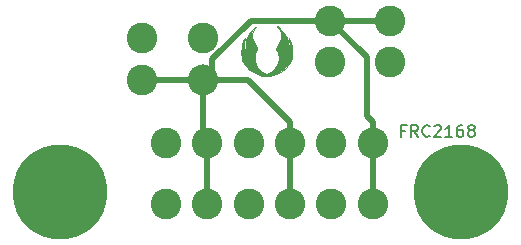
<source format=gbr>
G04 #@! TF.GenerationSoftware,KiCad,Pcbnew,(5.1.4)-1*
G04 #@! TF.CreationDate,2020-01-14T01:58:37-05:00*
G04 #@! TF.ProjectId,CANJunction,43414e4a-756e-4637-9469-6f6e2e6b6963,rev?*
G04 #@! TF.SameCoordinates,Original*
G04 #@! TF.FileFunction,Copper,L1,Top*
G04 #@! TF.FilePolarity,Positive*
%FSLAX46Y46*%
G04 Gerber Fmt 4.6, Leading zero omitted, Abs format (unit mm)*
G04 Created by KiCad (PCBNEW (5.1.4)-1) date 2020-01-14 01:58:37*
%MOMM*%
%LPD*%
G04 APERTURE LIST*
%ADD10C,0.200000*%
%ADD11C,0.010000*%
%ADD12C,2.600000*%
%ADD13C,8.000000*%
%ADD14C,0.500000*%
G04 APERTURE END LIST*
D10*
X155238095Y-60828571D02*
X154904761Y-60828571D01*
X154904761Y-61352380D02*
X154904761Y-60352380D01*
X155380952Y-60352380D01*
X156333333Y-61352380D02*
X156000000Y-60876190D01*
X155761904Y-61352380D02*
X155761904Y-60352380D01*
X156142857Y-60352380D01*
X156238095Y-60400000D01*
X156285714Y-60447619D01*
X156333333Y-60542857D01*
X156333333Y-60685714D01*
X156285714Y-60780952D01*
X156238095Y-60828571D01*
X156142857Y-60876190D01*
X155761904Y-60876190D01*
X157333333Y-61257142D02*
X157285714Y-61304761D01*
X157142857Y-61352380D01*
X157047619Y-61352380D01*
X156904761Y-61304761D01*
X156809523Y-61209523D01*
X156761904Y-61114285D01*
X156714285Y-60923809D01*
X156714285Y-60780952D01*
X156761904Y-60590476D01*
X156809523Y-60495238D01*
X156904761Y-60400000D01*
X157047619Y-60352380D01*
X157142857Y-60352380D01*
X157285714Y-60400000D01*
X157333333Y-60447619D01*
X157714285Y-60447619D02*
X157761904Y-60400000D01*
X157857142Y-60352380D01*
X158095238Y-60352380D01*
X158190476Y-60400000D01*
X158238095Y-60447619D01*
X158285714Y-60542857D01*
X158285714Y-60638095D01*
X158238095Y-60780952D01*
X157666666Y-61352380D01*
X158285714Y-61352380D01*
X159238095Y-61352380D02*
X158666666Y-61352380D01*
X158952380Y-61352380D02*
X158952380Y-60352380D01*
X158857142Y-60495238D01*
X158761904Y-60590476D01*
X158666666Y-60638095D01*
X160095238Y-60352380D02*
X159904761Y-60352380D01*
X159809523Y-60400000D01*
X159761904Y-60447619D01*
X159666666Y-60590476D01*
X159619047Y-60780952D01*
X159619047Y-61161904D01*
X159666666Y-61257142D01*
X159714285Y-61304761D01*
X159809523Y-61352380D01*
X160000000Y-61352380D01*
X160095238Y-61304761D01*
X160142857Y-61257142D01*
X160190476Y-61161904D01*
X160190476Y-60923809D01*
X160142857Y-60828571D01*
X160095238Y-60780952D01*
X160000000Y-60733333D01*
X159809523Y-60733333D01*
X159714285Y-60780952D01*
X159666666Y-60828571D01*
X159619047Y-60923809D01*
X160761904Y-60780952D02*
X160666666Y-60733333D01*
X160619047Y-60685714D01*
X160571428Y-60590476D01*
X160571428Y-60542857D01*
X160619047Y-60447619D01*
X160666666Y-60400000D01*
X160761904Y-60352380D01*
X160952380Y-60352380D01*
X161047619Y-60400000D01*
X161095238Y-60447619D01*
X161142857Y-60542857D01*
X161142857Y-60590476D01*
X161095238Y-60685714D01*
X161047619Y-60733333D01*
X160952380Y-60780952D01*
X160761904Y-60780952D01*
X160666666Y-60828571D01*
X160619047Y-60876190D01*
X160571428Y-60971428D01*
X160571428Y-61161904D01*
X160619047Y-61257142D01*
X160666666Y-61304761D01*
X160761904Y-61352380D01*
X160952380Y-61352380D01*
X161047619Y-61304761D01*
X161095238Y-61257142D01*
X161142857Y-61161904D01*
X161142857Y-60971428D01*
X161095238Y-60876190D01*
X161047619Y-60828571D01*
X160952380Y-60780952D01*
D11*
G36*
X144537167Y-52071175D02*
G01*
X144774694Y-52257234D01*
X144989016Y-52504581D01*
X145162353Y-52790011D01*
X145250480Y-53002124D01*
X145295452Y-53203604D01*
X145316737Y-53446728D01*
X145314147Y-53698005D01*
X145287493Y-53923946D01*
X145256381Y-54043614D01*
X145216360Y-54177972D01*
X145213157Y-54238159D01*
X145241469Y-54221689D01*
X145295994Y-54126079D01*
X145320251Y-54073545D01*
X145428344Y-53758881D01*
X145460796Y-53470023D01*
X145427994Y-53230363D01*
X145398676Y-53103525D01*
X145384802Y-53014443D01*
X145386695Y-52988194D01*
X145411643Y-53014288D01*
X145460420Y-53099156D01*
X145520807Y-53220970D01*
X145573786Y-53343296D01*
X145608747Y-53455763D01*
X145629901Y-53582633D01*
X145641456Y-53748172D01*
X145647104Y-53949002D01*
X145652695Y-54143359D01*
X145660802Y-54306497D01*
X145670280Y-54419807D01*
X145678768Y-54463404D01*
X145683045Y-54535225D01*
X145653784Y-54660048D01*
X145599066Y-54817145D01*
X145526972Y-54985786D01*
X145445581Y-55145241D01*
X145362973Y-55274782D01*
X145361989Y-55276095D01*
X145132649Y-55536323D01*
X144866618Y-55746951D01*
X144540471Y-55926494D01*
X144537167Y-55928037D01*
X144103810Y-56091618D01*
X143683865Y-56172195D01*
X143278107Y-56169640D01*
X143171941Y-56154825D01*
X142941112Y-56098087D01*
X142677275Y-56005192D01*
X142415934Y-55889733D01*
X142255583Y-55803993D01*
X142051154Y-55656530D01*
X141844613Y-55460756D01*
X141661733Y-55244148D01*
X141528290Y-55034180D01*
X141522451Y-55022462D01*
X141472947Y-54913581D01*
X141439137Y-54812053D01*
X141417456Y-54696593D01*
X141404338Y-54545916D01*
X141396217Y-54338736D01*
X141394070Y-54256180D01*
X141401209Y-53856659D01*
X141445118Y-53524242D01*
X141527705Y-53248881D01*
X141619315Y-53068667D01*
X141684973Y-52962833D01*
X141655441Y-53068667D01*
X141614327Y-53305646D01*
X141611780Y-53559420D01*
X141644710Y-53804658D01*
X141710029Y-54016027D01*
X141787091Y-54148167D01*
X141855912Y-54232833D01*
X141827493Y-54148167D01*
X141759085Y-53854723D01*
X141735604Y-53539092D01*
X141759632Y-53250670D01*
X141846933Y-52931207D01*
X141989751Y-52647363D01*
X142199792Y-52377995D01*
X142299786Y-52274916D01*
X142422852Y-52160273D01*
X142526274Y-52074540D01*
X142601491Y-52022173D01*
X142639944Y-52007626D01*
X142633073Y-52035353D01*
X142572318Y-52109808D01*
X142529205Y-52155537D01*
X142389639Y-52357705D01*
X142317638Y-52598254D01*
X142312369Y-52865665D01*
X142373002Y-53148416D01*
X142498703Y-53434986D01*
X142637002Y-53647925D01*
X142701789Y-53737648D01*
X142728983Y-53803105D01*
X142719035Y-53873897D01*
X142672396Y-53979627D01*
X142642969Y-54039551D01*
X142569344Y-54257496D01*
X142531746Y-54518130D01*
X142531133Y-54788849D01*
X142568462Y-55037046D01*
X142609982Y-55162783D01*
X142733096Y-55389549D01*
X142893113Y-55597988D01*
X143075093Y-55774694D01*
X143264099Y-55906261D01*
X143445192Y-55979283D01*
X143531380Y-55989667D01*
X143696585Y-55952815D01*
X143879808Y-55850828D01*
X144066104Y-55696556D01*
X144240526Y-55502848D01*
X144388129Y-55282556D01*
X144417642Y-55227667D01*
X144481592Y-55088717D01*
X144517959Y-54961973D01*
X144533964Y-54812849D01*
X144536960Y-54656167D01*
X144531247Y-54457732D01*
X144508985Y-54306222D01*
X144462779Y-54164391D01*
X144420092Y-54067605D01*
X144358337Y-53931374D01*
X144330482Y-53846534D01*
X144333566Y-53788255D01*
X144364627Y-53731707D01*
X144377793Y-53712999D01*
X144588179Y-53379092D01*
X144720721Y-53074157D01*
X144775742Y-52794631D01*
X144753563Y-52536951D01*
X144654506Y-52297552D01*
X144521750Y-52118612D01*
X144410167Y-51994057D01*
X144537167Y-52071175D01*
X144537167Y-52071175D01*
G37*
X144537167Y-52071175D02*
X144774694Y-52257234D01*
X144989016Y-52504581D01*
X145162353Y-52790011D01*
X145250480Y-53002124D01*
X145295452Y-53203604D01*
X145316737Y-53446728D01*
X145314147Y-53698005D01*
X145287493Y-53923946D01*
X145256381Y-54043614D01*
X145216360Y-54177972D01*
X145213157Y-54238159D01*
X145241469Y-54221689D01*
X145295994Y-54126079D01*
X145320251Y-54073545D01*
X145428344Y-53758881D01*
X145460796Y-53470023D01*
X145427994Y-53230363D01*
X145398676Y-53103525D01*
X145384802Y-53014443D01*
X145386695Y-52988194D01*
X145411643Y-53014288D01*
X145460420Y-53099156D01*
X145520807Y-53220970D01*
X145573786Y-53343296D01*
X145608747Y-53455763D01*
X145629901Y-53582633D01*
X145641456Y-53748172D01*
X145647104Y-53949002D01*
X145652695Y-54143359D01*
X145660802Y-54306497D01*
X145670280Y-54419807D01*
X145678768Y-54463404D01*
X145683045Y-54535225D01*
X145653784Y-54660048D01*
X145599066Y-54817145D01*
X145526972Y-54985786D01*
X145445581Y-55145241D01*
X145362973Y-55274782D01*
X145361989Y-55276095D01*
X145132649Y-55536323D01*
X144866618Y-55746951D01*
X144540471Y-55926494D01*
X144537167Y-55928037D01*
X144103810Y-56091618D01*
X143683865Y-56172195D01*
X143278107Y-56169640D01*
X143171941Y-56154825D01*
X142941112Y-56098087D01*
X142677275Y-56005192D01*
X142415934Y-55889733D01*
X142255583Y-55803993D01*
X142051154Y-55656530D01*
X141844613Y-55460756D01*
X141661733Y-55244148D01*
X141528290Y-55034180D01*
X141522451Y-55022462D01*
X141472947Y-54913581D01*
X141439137Y-54812053D01*
X141417456Y-54696593D01*
X141404338Y-54545916D01*
X141396217Y-54338736D01*
X141394070Y-54256180D01*
X141401209Y-53856659D01*
X141445118Y-53524242D01*
X141527705Y-53248881D01*
X141619315Y-53068667D01*
X141684973Y-52962833D01*
X141655441Y-53068667D01*
X141614327Y-53305646D01*
X141611780Y-53559420D01*
X141644710Y-53804658D01*
X141710029Y-54016027D01*
X141787091Y-54148167D01*
X141855912Y-54232833D01*
X141827493Y-54148167D01*
X141759085Y-53854723D01*
X141735604Y-53539092D01*
X141759632Y-53250670D01*
X141846933Y-52931207D01*
X141989751Y-52647363D01*
X142199792Y-52377995D01*
X142299786Y-52274916D01*
X142422852Y-52160273D01*
X142526274Y-52074540D01*
X142601491Y-52022173D01*
X142639944Y-52007626D01*
X142633073Y-52035353D01*
X142572318Y-52109808D01*
X142529205Y-52155537D01*
X142389639Y-52357705D01*
X142317638Y-52598254D01*
X142312369Y-52865665D01*
X142373002Y-53148416D01*
X142498703Y-53434986D01*
X142637002Y-53647925D01*
X142701789Y-53737648D01*
X142728983Y-53803105D01*
X142719035Y-53873897D01*
X142672396Y-53979627D01*
X142642969Y-54039551D01*
X142569344Y-54257496D01*
X142531746Y-54518130D01*
X142531133Y-54788849D01*
X142568462Y-55037046D01*
X142609982Y-55162783D01*
X142733096Y-55389549D01*
X142893113Y-55597988D01*
X143075093Y-55774694D01*
X143264099Y-55906261D01*
X143445192Y-55979283D01*
X143531380Y-55989667D01*
X143696585Y-55952815D01*
X143879808Y-55850828D01*
X144066104Y-55696556D01*
X144240526Y-55502848D01*
X144388129Y-55282556D01*
X144417642Y-55227667D01*
X144481592Y-55088717D01*
X144517959Y-54961973D01*
X144533964Y-54812849D01*
X144536960Y-54656167D01*
X144531247Y-54457732D01*
X144508985Y-54306222D01*
X144462779Y-54164391D01*
X144420092Y-54067605D01*
X144358337Y-53931374D01*
X144330482Y-53846534D01*
X144333566Y-53788255D01*
X144364627Y-53731707D01*
X144377793Y-53712999D01*
X144588179Y-53379092D01*
X144720721Y-53074157D01*
X144775742Y-52794631D01*
X144753563Y-52536951D01*
X144654506Y-52297552D01*
X144521750Y-52118612D01*
X144410167Y-51994057D01*
X144537167Y-52071175D01*
D12*
X133000000Y-53000000D03*
X133000000Y-56500000D03*
X138100000Y-53000000D03*
X138100000Y-56500000D03*
X135000000Y-67000000D03*
X138500000Y-67000000D03*
X135000000Y-61900000D03*
X138500000Y-61900000D03*
X142000000Y-61900000D03*
X145500000Y-61900000D03*
X152500000Y-61900000D03*
X149000000Y-61900000D03*
X145500000Y-67000000D03*
X142000000Y-67000000D03*
X152500000Y-67000000D03*
X149000000Y-67000000D03*
X148900000Y-51500000D03*
X148900000Y-55000000D03*
X154000000Y-51500000D03*
X154000000Y-55000000D03*
D13*
X160000000Y-66000000D03*
X126000000Y-66000000D03*
D14*
X152161523Y-51500000D02*
X148900000Y-51500000D01*
X154000000Y-51500000D02*
X152161523Y-51500000D01*
X136261523Y-56500000D02*
X133000000Y-56500000D01*
X138100000Y-56500000D02*
X136261523Y-56500000D01*
X138100000Y-61500000D02*
X138500000Y-61900000D01*
X138100000Y-56500000D02*
X138100000Y-61500000D01*
X138500000Y-65161523D02*
X138500000Y-61900000D01*
X138500000Y-67000000D02*
X138500000Y-65161523D01*
X145500000Y-65161523D02*
X145500000Y-61900000D01*
X145500000Y-67000000D02*
X145500000Y-65161523D01*
X152500000Y-65161523D02*
X152500000Y-61900000D01*
X152500000Y-67000000D02*
X152500000Y-65161523D01*
X148900000Y-51500000D02*
X152000000Y-54600000D01*
X152500000Y-60061523D02*
X152500000Y-61900000D01*
X152000000Y-59561523D02*
X152500000Y-60061523D01*
X152000000Y-54600000D02*
X152000000Y-59561523D01*
X145500000Y-60061523D02*
X145500000Y-61900000D01*
X138100000Y-56500000D02*
X141938477Y-56500000D01*
X141938477Y-56500000D02*
X145500000Y-60061523D01*
X138100000Y-55400000D02*
X138100000Y-56500000D01*
X148900000Y-51500000D02*
X142190002Y-51500000D01*
X142190002Y-51500000D02*
X138940001Y-54750001D01*
X138940001Y-55659999D02*
X138100000Y-56500000D01*
X138940001Y-54750001D02*
X138940001Y-55659999D01*
M02*

</source>
